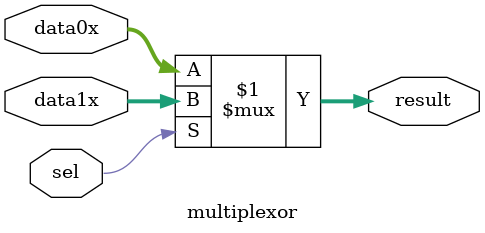
<source format=v>
module multiplexor (
	data0x,
	data1x,
	sel,
	result);

	input [3:0] data0x;
	input [3:0] data1x;
	input sel;
	output[3:0] result;

	assign result = sel ? data1x : data0x;

endmodule

</source>
